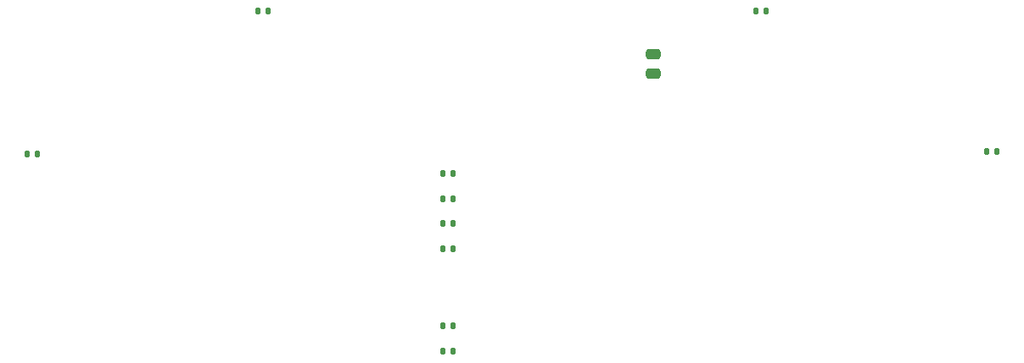
<source format=gtp>
%TF.GenerationSoftware,KiCad,Pcbnew,(6.0.9)*%
%TF.CreationDate,2023-05-29T17:24:41+10:00*%
%TF.ProjectId,Joysticks,4a6f7973-7469-4636-9b73-2e6b69636164,rev?*%
%TF.SameCoordinates,PX3d09000PY568bc30*%
%TF.FileFunction,Paste,Top*%
%TF.FilePolarity,Positive*%
%FSLAX46Y46*%
G04 Gerber Fmt 4.6, Leading zero omitted, Abs format (unit mm)*
G04 Created by KiCad (PCBNEW (6.0.9)) date 2023-05-29 17:24:41*
%MOMM*%
%LPD*%
G01*
G04 APERTURE LIST*
G04 Aperture macros list*
%AMRoundRect*
0 Rectangle with rounded corners*
0 $1 Rounding radius*
0 $2 $3 $4 $5 $6 $7 $8 $9 X,Y pos of 4 corners*
0 Add a 4 corners polygon primitive as box body*
4,1,4,$2,$3,$4,$5,$6,$7,$8,$9,$2,$3,0*
0 Add four circle primitives for the rounded corners*
1,1,$1+$1,$2,$3*
1,1,$1+$1,$4,$5*
1,1,$1+$1,$6,$7*
1,1,$1+$1,$8,$9*
0 Add four rect primitives between the rounded corners*
20,1,$1+$1,$2,$3,$4,$5,0*
20,1,$1+$1,$4,$5,$6,$7,0*
20,1,$1+$1,$6,$7,$8,$9,0*
20,1,$1+$1,$8,$9,$2,$3,0*%
G04 Aperture macros list end*
%ADD10RoundRect,0.135000X-0.135000X-0.185000X0.135000X-0.185000X0.135000X0.185000X-0.135000X0.185000X0*%
%ADD11RoundRect,0.250000X-0.475000X0.250000X-0.475000X-0.250000X0.475000X-0.250000X0.475000X0.250000X0*%
%ADD12RoundRect,0.135000X0.135000X0.185000X-0.135000X0.185000X-0.135000X-0.185000X0.135000X-0.185000X0*%
G04 APERTURE END LIST*
D10*
%TO.C,R2*%
X-16260000Y-13750000D03*
X-15240000Y-13750000D03*
%TD*%
%TO.C,R8*%
X25240000Y-23250000D03*
X26260000Y-23250000D03*
%TD*%
%TO.C,R14*%
X25240000Y-33500000D03*
X26260000Y-33500000D03*
%TD*%
D11*
%TO.C,C1*%
X46250000Y-3800000D03*
X46250000Y-5700000D03*
%TD*%
D10*
%TO.C,R13*%
X25240000Y-31000000D03*
X26260000Y-31000000D03*
%TD*%
%TO.C,R4*%
X6740000Y500000D03*
X7760000Y500000D03*
%TD*%
%TO.C,R5*%
X25240000Y-15750000D03*
X26260000Y-15750000D03*
%TD*%
%TO.C,R6*%
X25240000Y-18250000D03*
X26260000Y-18250000D03*
%TD*%
D12*
%TO.C,R3*%
X80510000Y-13500000D03*
X79490000Y-13500000D03*
%TD*%
%TO.C,R1*%
X57510000Y500000D03*
X56490000Y500000D03*
%TD*%
D10*
%TO.C,R7*%
X25230000Y-20750000D03*
X26250000Y-20750000D03*
%TD*%
M02*

</source>
